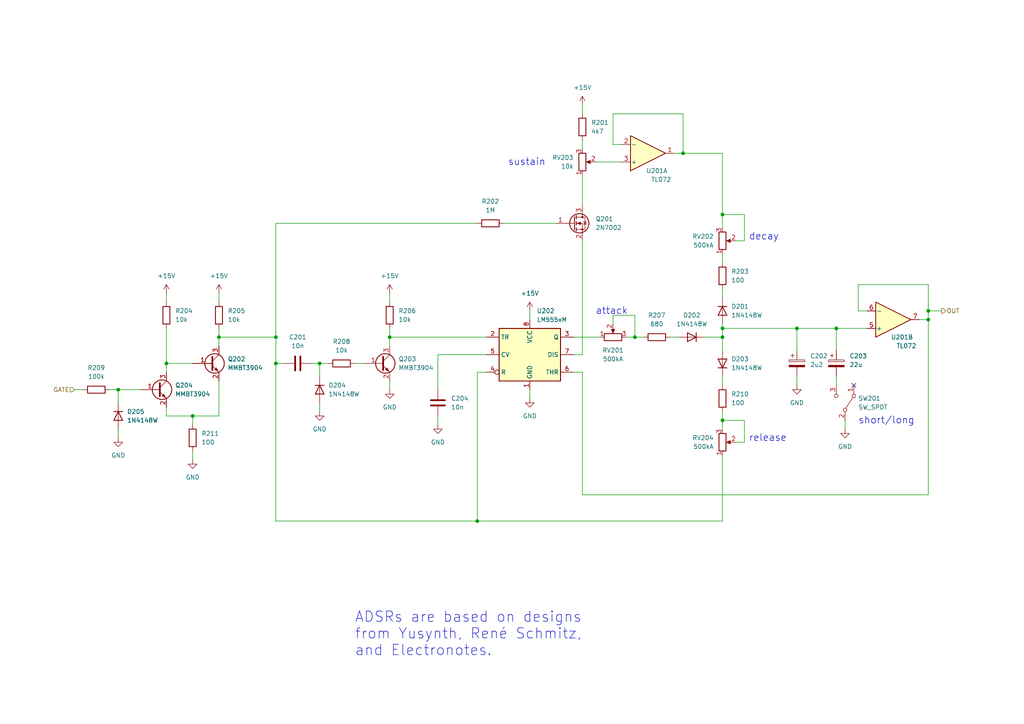
<source format=kicad_sch>
(kicad_sch (version 20211123) (generator eeschema)
  (paper "A4")
  (title_block (title "Josh Ox Ribbon Synth ADSR board") (date "2022-06-16") (rev "0") (comment 2 "creativecommons.org/licences/by/4.0") (comment 3 "license: CC by 4.0") (comment 4 "Author: Jordan Aceto"))
  (lib_symbols
    (symbol "Amplifier_Operational:TL072" (pin_names (offset 0.127))
      (property "Reference" "U" (at 0 5.08 0))
      (property "Value" "TL072" (at 0 -5.08 0))
      (symbol "TL072_1_1"
        (polyline (pts (xy -5.08 5.08) (xy 5.08 0) (xy -5.08 -5.08) (xy -5.08 5.08)) (stroke (width 0.254)) (fill (type background)))
        (pin output line (at 7.62 0 180) (length 2.54) (name "~") (number "1"))
        (pin input line (at -7.62 -2.54 0) (length 2.54) (name "-") (number "2"))
        (pin input line (at -7.62 2.54 0) (length 2.54) (name "+") (number "3"))
      )
      (symbol "TL072_2_1"
        (polyline (pts (xy -5.08 5.08) (xy 5.08 0) (xy -5.08 -5.08) (xy -5.08 5.08)) (stroke (width 0.254)) (fill (type background)))
        (pin input line (at -7.62 2.54 0) (length 2.54) (name "+") (number "5"))
        (pin input line (at -7.62 -2.54 0) (length 2.54) (name "-") (number "6"))
        (pin output line (at 7.62 0 180) (length 2.54) (name "~") (number "7"))
      )
      (symbol "TL072_3_1"
        (pin power_in line (at -2.54 -7.62 90) (length 3.81) (name "V-") (number "4"))
        (pin power_in line (at -2.54 7.62 270) (length 3.81) (name "V+") (number "8"))
      )
    )
    (symbol "Device:C" (pin_numbers hide) (pin_names (offset 0.254))
      (property "Reference" "C" (at 0.635 2.54 0))
      (property "Value" "C" (at 0.635 -2.54 0))
      (symbol "C_0_1"
        (polyline (pts (xy -2.032 -0.762) (xy 2.032 -0.762)) (stroke (width 0.508)))
        (polyline (pts (xy -2.032 0.762) (xy 2.032 0.762)) (stroke (width 0.508)))
      )
      (symbol "C_1_1"
        (pin passive line (at 0 3.81 270) (length 2.794) (name "~") (number "1"))
        (pin passive line (at 0 -3.81 90) (length 2.794) (name "~") (number "2"))
      )
    )
    (symbol "Device:C_Polarized" (pin_numbers hide) (pin_names (offset 0.254))
      (property "Reference" "C" (at 0.635 2.54 0))
      (property "Value" "C_Polarized" (at 0.635 -2.54 0))
      (symbol "C_Polarized_0_1"
        (rectangle (start -2.286 0.508) (end 2.286 1.016))
        (polyline (pts (xy -1.778 2.286) (xy -0.762 2.286)))
        (polyline (pts (xy -1.27 2.794) (xy -1.27 1.778)))
        (rectangle (start 2.286 -0.508) (end -2.286 -1.016) (fill (type outline)))
      )
      (symbol "C_Polarized_1_1"
        (pin passive line (at 0 3.81 270) (length 2.794) (name "~") (number "1"))
        (pin passive line (at 0 -3.81 90) (length 2.794) (name "~") (number "2"))
      )
    )
    (symbol "Device:R" (pin_numbers hide) (pin_names (offset 0))
      (property "Reference" "R" (at 2.032 0 90))
      (property "Value" "R" (at 0 0 90))
      (symbol "R_0_1"
        (rectangle (start -1.016 -2.54) (end 1.016 2.54) (stroke (width 0.254)))
      )
      (symbol "R_1_1"
        (pin passive line (at 0 3.81 270) (length 1.27) (name "~") (number "1"))
        (pin passive line (at 0 -3.81 90) (length 1.27) (name "~") (number "2"))
      )
    )
    (symbol "Device:R_Potentiometer" (pin_names (offset 1.016) hide)
      (property "Reference" "RV" (at -4.445 0 90))
      (property "Value" "R_Potentiometer" (at -2.54 0 90))
      (symbol "R_Potentiometer_0_1"
        (polyline (pts (xy 2.54 0) (xy 1.524 0)))
        (polyline (pts (xy 1.143 0) (xy 2.286 0.508) (xy 2.286 -0.508) (xy 1.143 0)) (fill (type outline)))
        (rectangle (start 1.016 2.54) (end -1.016 -2.54) (stroke (width 0.254)))
      )
      (symbol "R_Potentiometer_1_1"
        (pin passive line (at 0 3.81 270) (length 1.27) (name "1") (number "1"))
        (pin passive line (at 3.81 0 180) (length 1.27) (name "2") (number "2"))
        (pin passive line (at 0 -3.81 90) (length 1.27) (name "3") (number "3"))
      )
    )
    (symbol "Diode:1N4148W" (pin_numbers hide) (pin_names (offset 1.016) hide)
      (property "Reference" "D" (at 0 2.54 0))
      (property "Value" "1N4148W" (at 0 -2.54 0))
      (symbol "1N4148W_0_1"
        (polyline (pts (xy -1.27 1.27) (xy -1.27 -1.27)) (stroke (width 0.254)))
        (polyline (pts (xy 1.27 0) (xy -1.27 0)))
        (polyline (pts (xy 1.27 1.27) (xy 1.27 -1.27) (xy -1.27 0) (xy 1.27 1.27)) (stroke (width 0.254)))
      )
      (symbol "1N4148W_1_1"
        (pin passive line (at -3.81 0 0) (length 2.54) (name "K") (number "1"))
        (pin passive line (at 3.81 0 180) (length 2.54) (name "A") (number "2"))
      )
    )
    (symbol "Switch:SW_SPDT" (pin_names (offset 0) hide)
      (property "Reference" "SW" (at 0 4.318 0))
      (property "Value" "SW_SPDT" (at 0 -5.08 0))
      (symbol "SW_SPDT_0_0"
        (circle (center -2.032 0) (radius 0.508))
        (circle (center 2.032 -2.54) (radius 0.508))
      )
      (symbol "SW_SPDT_0_1"
        (polyline (pts (xy -1.524 0.254) (xy 1.651 2.286)))
        (circle (center 2.032 2.54) (radius 0.508))
      )
      (symbol "SW_SPDT_1_1"
        (pin passive line (at 5.08 2.54 180) (length 2.54) (name "A") (number "1"))
        (pin passive line (at -5.08 0 0) (length 2.54) (name "B") (number "2"))
        (pin passive line (at 5.08 -2.54 180) (length 2.54) (name "C") (number "3"))
      )
    )
    (symbol "Timer:LM555xM"
      (property "Reference" "U" (at -10.16 8.89 0))
      (property "Value" "LM555xM" (at 2.54 8.89 0))
      (symbol "LM555xM_0_0"
        (pin power_in line (at 0 -10.16 90) (length 2.54) (name "GND") (number "1"))
        (pin power_in line (at 0 10.16 270) (length 2.54) (name "VCC") (number "8"))
      )
      (symbol "LM555xM_0_1"
        (rectangle (start -8.89 -7.62) (end 8.89 7.62) (stroke (width 0.254)) (fill (type background)))
        (rectangle (start -8.89 -7.62) (end 8.89 7.62) (stroke (width 0.254)) (fill (type background)))
      )
      (symbol "LM555xM_1_1"
        (pin input line (at -12.7 5.08 0) (length 3.81) (name "TR") (number "2"))
        (pin output line (at 12.7 5.08 180) (length 3.81) (name "Q") (number "3"))
        (pin input inverted (at -12.7 -5.08 0) (length 3.81) (name "R") (number "4"))
        (pin input line (at -12.7 0 0) (length 3.81) (name "CV") (number "5"))
        (pin input line (at 12.7 -5.08 180) (length 3.81) (name "THR") (number "6"))
        (pin input line (at 12.7 0 180) (length 3.81) (name "DIS") (number "7"))
      )
    )
    (symbol "Transistor_BJT:MMBT3904" (pin_names (offset 0) hide)
      (property "Reference" "Q" (at 5.08 1.905 0))
      (property "Value" "MMBT3904" (at 5.08 0 0))
      (symbol "MMBT3904_0_1"
        (polyline (pts (xy 0.635 0.635) (xy 2.54 2.54)))
        (polyline (pts (xy 0.635 -0.635) (xy 2.54 -2.54) (xy 2.54 -2.54)))
        (polyline (pts (xy 0.635 1.905) (xy 0.635 -1.905) (xy 0.635 -1.905)) (stroke (width 0.508)))
        (polyline (pts (xy 1.27 -1.778) (xy 1.778 -1.27) (xy 2.286 -2.286) (xy 1.27 -1.778) (xy 1.27 -1.778)) (fill (type outline)))
        (circle (center 1.27 0) (radius 2.8194) (stroke (width 0.254)))
      )
      (symbol "MMBT3904_1_1"
        (pin input line (at -5.08 0 0) (length 5.715) (name "B") (number "1"))
        (pin passive line (at 2.54 -5.08 90) (length 2.54) (name "E") (number "2"))
        (pin passive line (at 2.54 5.08 270) (length 2.54) (name "C") (number "3"))
      )
    )
    (symbol "Transistor_FET:2N7002" (pin_names hide)
      (property "Reference" "Q" (at 5.08 1.905 0))
      (property "Value" "2N7002" (at 5.08 0 0))
      (symbol "2N7002_0_1"
        (polyline (pts (xy 0.254 0) (xy -2.54 0)))
        (polyline (pts (xy 0.254 1.905) (xy 0.254 -1.905)) (stroke (width 0.254)))
        (polyline (pts (xy 0.762 -1.27) (xy 0.762 -2.286)) (stroke (width 0.254)))
        (polyline (pts (xy 0.762 0.508) (xy 0.762 -0.508)) (stroke (width 0.254)))
        (polyline (pts (xy 0.762 2.286) (xy 0.762 1.27)) (stroke (width 0.254)))
        (polyline (pts (xy 2.54 2.54) (xy 2.54 1.778)))
        (polyline (pts (xy 2.54 -2.54) (xy 2.54 0) (xy 0.762 0)))
        (polyline (pts (xy 0.762 -1.778) (xy 3.302 -1.778) (xy 3.302 1.778) (xy 0.762 1.778)))
        (polyline (pts (xy 1.016 0) (xy 2.032 0.381) (xy 2.032 -0.381) (xy 1.016 0)) (fill (type outline)))
        (polyline (pts (xy 2.794 0.508) (xy 2.921 0.381) (xy 3.683 0.381) (xy 3.81 0.254)))
        (polyline (pts (xy 3.302 0.381) (xy 2.921 -0.254) (xy 3.683 -0.254) (xy 3.302 0.381)))
        (circle (center 1.651 0) (radius 2.794) (stroke (width 0.254)))
        (circle (center 2.54 -1.778) (radius 0.254) (fill (type outline)))
        (circle (center 2.54 1.778) (radius 0.254) (fill (type outline)))
      )
      (symbol "2N7002_1_1"
        (pin input line (at -5.08 0 0) (length 2.54) (name "G") (number "1"))
        (pin passive line (at 2.54 -5.08 90) (length 2.54) (name "S") (number "2"))
        (pin passive line (at 2.54 5.08 270) (length 2.54) (name "D") (number "3"))
      )
    )
    (symbol "power:+15V" (power) (pin_names (offset 0))
      (property "Value" "+15V" (at 0 3.556 0))
      (symbol "+15V_0_1"
        (polyline (pts (xy -0.762 1.27) (xy 0 2.54)))
        (polyline (pts (xy 0 0) (xy 0 2.54)))
        (polyline (pts (xy 0 2.54) (xy 0.762 1.27)))
      )
      (symbol "+15V_1_1"
        (pin power_in line (at 0 0 90) (length 0) hide (name "+15V") (number "1"))
      )
    )
    (symbol "power:GND" (power) (pin_names (offset 0))
      (property "Value" "GND" (at 0 -3.81 0))
      (symbol "GND_0_1"
        (polyline (pts (xy 0 0) (xy 0 -1.27) (xy 1.27 -1.27) (xy 0 -2.54) (xy -1.27 -1.27) (xy 0 -1.27)))
      )
      (symbol "GND_1_1"
        (pin power_in line (at 0 0 270) (length 0) hide (name "GND") (number "1"))
      )
    )
  )
  (junction (at 48.26 105.41))
  (junction (at 184.15 97.79))
  (junction (at 113.03 97.79))
  (junction (at 138.43 151.13))
  (junction (at 209.55 62.23))
  (junction (at 55.88 120.65))
  (junction (at 231.14 95.25))
  (junction (at 269.24 92.71))
  (junction (at 242.57 95.25))
  (junction (at 80.01 105.41))
  (junction (at 198.12 44.45))
  (junction (at 209.55 121.92))
  (junction (at 92.71 105.41))
  (junction (at 269.24 90.17))
  (junction (at 80.01 97.79))
  (junction (at 209.55 97.79))
  (junction (at 209.55 95.25))
  (junction (at 63.5 97.79))
  (junction (at 34.29 113.03))
  (no_connect (at 247.65 111.76))
  (wire (pts (xy 231.14 95.25) (xy 242.57 95.25)))
  (wire (pts (xy 215.9 121.92) (xy 209.55 121.92)))
  (wire (pts (xy 48.26 105.41) (xy 48.26 107.95)))
  (wire (pts (xy 138.43 107.95) (xy 138.43 151.13)))
  (wire (pts (xy 209.55 121.92) (xy 209.55 119.38)))
  (wire (pts (xy 146.05 64.77) (xy 161.29 64.77)))
  (wire (pts (xy 63.5 95.25) (xy 63.5 97.79)))
  (wire (pts (xy 80.01 105.41) (xy 82.55 105.41)))
  (wire (pts (xy 168.91 50.8) (xy 168.91 59.69)))
  (wire (pts (xy 113.03 85.09) (xy 113.03 87.63)))
  (wire (pts (xy 168.91 30.48) (xy 168.91 33.02)))
  (wire (pts (xy 215.9 62.23) (xy 209.55 62.23)))
  (wire (pts (xy 248.92 82.55) (xy 269.24 82.55)))
  (wire (pts (xy 269.24 92.71) (xy 266.7 92.71)))
  (wire (pts (xy 209.55 111.76) (xy 209.55 109.22)))
  (wire (pts (xy 209.55 95.25) (xy 231.14 95.25)))
  (wire (pts (xy 180.34 41.91) (xy 177.8 41.91)))
  (wire (pts (xy 231.14 109.22) (xy 231.14 111.76)))
  (wire (pts (xy 184.15 91.44) (xy 184.15 97.79)))
  (wire (pts (xy 80.01 97.79) (xy 80.01 64.77)))
  (wire (pts (xy 245.11 121.92) (xy 245.11 124.46)))
  (wire (pts (xy 55.88 130.81) (xy 55.88 133.35)))
  (wire (pts (xy 172.72 46.99) (xy 180.34 46.99)))
  (wire (pts (xy 242.57 109.22) (xy 242.57 111.76)))
  (wire (pts (xy 269.24 82.55) (xy 269.24 90.17)))
  (wire (pts (xy 269.24 90.17) (xy 269.24 92.71)))
  (wire (pts (xy 153.67 113.03) (xy 153.67 115.57)))
  (wire (pts (xy 269.24 90.17) (xy 273.05 90.17)))
  (wire (pts (xy 48.26 85.09) (xy 48.26 87.63)))
  (wire (pts (xy 177.8 33.02) (xy 198.12 33.02)))
  (wire (pts (xy 34.29 124.46) (xy 34.29 127)))
  (wire (pts (xy 166.37 97.79) (xy 173.99 97.79)))
  (wire (pts (xy 209.55 86.36) (xy 209.55 83.82)))
  (wire (pts (xy 153.67 90.17) (xy 153.67 92.71)))
  (wire (pts (xy 248.92 90.17) (xy 248.92 82.55)))
  (wire (pts (xy 209.55 44.45) (xy 209.55 62.23)))
  (wire (pts (xy 80.01 105.41) (xy 80.01 97.79)))
  (wire (pts (xy 48.26 120.65) (xy 55.88 120.65)))
  (wire (pts (xy 204.47 97.79) (xy 209.55 97.79)))
  (wire (pts (xy 80.01 64.77) (xy 138.43 64.77)))
  (wire (pts (xy 215.9 69.85) (xy 215.9 62.23)))
  (wire (pts (xy 168.91 102.87) (xy 168.91 69.85)))
  (wire (pts (xy 209.55 66.04) (xy 209.55 62.23)))
  (wire (pts (xy 242.57 95.25) (xy 251.46 95.25)))
  (wire (pts (xy 213.36 69.85) (xy 215.9 69.85)))
  (wire (pts (xy 140.97 107.95) (xy 138.43 107.95)))
  (wire (pts (xy 80.01 151.13) (xy 80.01 105.41)))
  (wire (pts (xy 113.03 110.49) (xy 113.03 113.03)))
  (wire (pts (xy 177.8 91.44) (xy 184.15 91.44)))
  (wire (pts (xy 113.03 95.25) (xy 113.03 97.79)))
  (wire (pts (xy 138.43 151.13) (xy 80.01 151.13)))
  (wire (pts (xy 113.03 97.79) (xy 113.03 100.33)))
  (wire (pts (xy 181.61 97.79) (xy 184.15 97.79)))
  (wire (pts (xy 92.71 116.84) (xy 92.71 119.38)))
  (wire (pts (xy 31.75 113.03) (xy 34.29 113.03)))
  (wire (pts (xy 90.17 105.41) (xy 92.71 105.41)))
  (wire (pts (xy 177.8 41.91) (xy 177.8 33.02)))
  (wire (pts (xy 209.55 95.25) (xy 209.55 93.98)))
  (wire (pts (xy 209.55 124.46) (xy 209.55 121.92)))
  (wire (pts (xy 63.5 110.49) (xy 63.5 120.65)))
  (wire (pts (xy 194.31 97.79) (xy 196.85 97.79)))
  (wire (pts (xy 177.8 93.98) (xy 177.8 91.44)))
  (wire (pts (xy 251.46 90.17) (xy 248.92 90.17)))
  (wire (pts (xy 63.5 85.09) (xy 63.5 87.63)))
  (wire (pts (xy 209.55 73.66) (xy 209.55 76.2)))
  (wire (pts (xy 198.12 44.45) (xy 209.55 44.45)))
  (wire (pts (xy 269.24 143.51) (xy 269.24 92.71)))
  (wire (pts (xy 127 120.65) (xy 127 123.19)))
  (wire (pts (xy 231.14 95.25) (xy 231.14 101.6)))
  (wire (pts (xy 21.59 113.03) (xy 24.13 113.03)))
  (wire (pts (xy 48.26 95.25) (xy 48.26 105.41)))
  (wire (pts (xy 168.91 40.64) (xy 168.91 43.18)))
  (wire (pts (xy 127 102.87) (xy 127 113.03)))
  (wire (pts (xy 55.88 105.41) (xy 48.26 105.41)))
  (wire (pts (xy 209.55 97.79) (xy 209.55 95.25)))
  (wire (pts (xy 168.91 107.95) (xy 168.91 143.51)))
  (wire (pts (xy 198.12 33.02) (xy 198.12 44.45)))
  (wire (pts (xy 166.37 107.95) (xy 168.91 107.95)))
  (wire (pts (xy 113.03 97.79) (xy 140.97 97.79)))
  (wire (pts (xy 195.58 44.45) (xy 198.12 44.45)))
  (wire (pts (xy 63.5 97.79) (xy 80.01 97.79)))
  (wire (pts (xy 34.29 116.84) (xy 34.29 113.03)))
  (wire (pts (xy 209.55 101.6) (xy 209.55 97.79)))
  (wire (pts (xy 138.43 151.13) (xy 209.55 151.13)))
  (wire (pts (xy 63.5 97.79) (xy 63.5 100.33)))
  (wire (pts (xy 92.71 105.41) (xy 95.25 105.41)))
  (wire (pts (xy 209.55 151.13) (xy 209.55 132.08)))
  (wire (pts (xy 92.71 105.41) (xy 92.71 109.22)))
  (wire (pts (xy 215.9 128.27) (xy 215.9 121.92)))
  (wire (pts (xy 213.36 128.27) (xy 215.9 128.27)))
  (wire (pts (xy 140.97 102.87) (xy 127 102.87)))
  (wire (pts (xy 102.87 105.41) (xy 105.41 105.41)))
  (wire (pts (xy 242.57 95.25) (xy 242.57 101.6)))
  (wire (pts (xy 166.37 102.87) (xy 168.91 102.87)))
  (wire (pts (xy 48.26 118.11) (xy 48.26 120.65)))
  (wire (pts (xy 55.88 120.65) (xy 63.5 120.65)))
  (wire (pts (xy 168.91 143.51) (xy 269.24 143.51)))
  (wire (pts (xy 34.29 113.03) (xy 40.64 113.03)))
  (wire (pts (xy 184.15 97.79) (xy 186.69 97.79)))
  (wire (pts (xy 55.88 120.65) (xy 55.88 123.19)))
  (text "decay" (at 217.17 69.85 0) (effects (font (size 2 2)) (justify left bottom)))
  (text "short/long" (at 248.92 123.19 0) (effects (font (size 2 2)) (justify left bottom)))
  (text "attack" (at 172.72 91.44 0) (effects (font (size 2 2)) (justify left bottom)))
  (text "sustain" (at 147.32 48.26 0) (effects (font (size 2 2)) (justify left bottom)))
  (text "ADSRs are based on designs \nfrom Yusynth, René Schmitz,\nand Electronotes." (at 102.87 190.5 0) (effects (font (size 3 3)) (justify left bottom)))
  (text "release" (at 217.17 128.27 0) (effects (font (size 2 2)) (justify left bottom)))
  (hierarchical_label "GATE" (shape input) (at 21.59 113.03 180))
  (hierarchical_label "OUT" (shape output) (at 273.05 90.17 0))
  (symbol (lib_id "Device:C_Polarized") (at 242.57 105.41 0) (unit 1)
    (property "Reference" "C203" (at 246.38 103.2509 0) (effects (justify left)))
    (property "Value" "22u" (at 246.38 105.7909 0) (effects (justify left)))
    (property "Footprint" "Capacitor_THT:CP_Radial_D6.3mm_P2.50mm" (effects hide))
  )
  (symbol (lib_id "power:+15V") (at 168.91 30.48 0) (unit 1)
    (property "Reference" "#PWR0201" (effects hide))
    (property "Value" "+15V" (at 168.91 25.4 0))
  )
  (symbol (lib_id "Device:C") (at 86.36 105.41 90) (unit 1)
    (property "Reference" "C201" (at 86.36 97.79 90))
    (property "Value" "10n" (at 86.36 100.33 90))
    (property "Footprint" "Capacitor_SMD:C_0805_2012Metric" (effects hide))
  )
  (symbol (lib_id "power:GND") (at 34.29 127 0) (unit 1)
    (property "Reference" "#PWR0212" (effects hide))
    (property "Value" "GND" (at 34.29 132.08 0))
  )
  (symbol (lib_id "power:+15V") (at 63.5 85.09 0) (unit 1)
    (property "Reference" "#PWR0203" (effects hide))
    (property "Value" "+15V" (at 63.5 80.01 0))
  )
  (symbol (lib_id "Device:C") (at 127 116.84 0) (unit 1)
    (property "Reference" "C204" (at 130.81 115.5699 0) (effects (justify left)))
    (property "Value" "10n" (at 130.81 118.1099 0) (effects (justify left)))
    (property "Footprint" "Capacitor_SMD:C_0805_2012Metric" (effects hide))
  )
  (symbol (lib_id "Device:R") (at 190.5 97.79 90) (unit 1)
    (property "Reference" "R207" (at 190.5 91.44 90))
    (property "Value" "680" (at 190.5 93.98 90))
    (property "Footprint" "Resistor_SMD:R_0805_2012Metric" (effects hide))
  )
  (symbol (lib_id "Device:R") (at 113.03 91.44 0) (unit 1)
    (property "Reference" "R206" (at 115.57 90.1699 0) (effects (justify left)))
    (property "Value" "10k" (at 115.57 92.7099 0) (effects (justify left)))
    (property "Footprint" "Resistor_SMD:R_0805_2012Metric" (effects hide))
  )
  (symbol (lib_id "Diode:1N4148W") (at 34.29 120.65 270) (unit 1)
    (property "Reference" "D205" (at 36.83 119.3799 90) (effects (justify left)))
    (property "Value" "1N4148W" (at 36.83 121.9199 90) (effects (justify left)))
    (property "Footprint" "Diode_SMD:D_SOD-123" (effects hide))
    (property "Datasheet" "https://www.vishay.com/docs/85748/1n4148w.pdf" (effects hide))
  )
  (symbol (lib_id "Diode:1N4148W") (at 209.55 90.17 270) (unit 1)
    (property "Reference" "D201" (at 212.09 88.8999 90) (effects (justify left)))
    (property "Value" "1N4148W" (at 212.09 91.4399 90) (effects (justify left)))
    (property "Footprint" "Diode_SMD:D_SOD-123" (effects hide))
    (property "Datasheet" "https://www.vishay.com/docs/85748/1n4148w.pdf" (effects hide))
  )
  (symbol (lib_id "Amplifier_Operational:TL072") (at 259.08 92.71 0) (mirror x) (unit 2)
    (property "Reference" "U201" (at 261.62 97.79 0))
    (property "Value" "TL072" (at 262.89 100.33 0))
    (property "Footprint" "Package_SO:SO-8_5.3x6.2mm_P1.27mm" (effects hide))
    (property "Datasheet" "http://www.ti.com/lit/ds/symlink/tl071.pdf" (effects hide))
  )
  (symbol (lib_id "Device:R") (at 48.26 91.44 0) (unit 1)
    (property "Reference" "R204" (at 50.8 90.1699 0) (effects (justify left)))
    (property "Value" "10k" (at 50.8 92.7099 0) (effects (justify left)))
    (property "Footprint" "Resistor_SMD:R_0805_2012Metric" (effects hide))
  )
  (symbol (lib_id "Timer:LM555xM") (at 153.67 102.87 0) (unit 1)
    (property "Reference" "U202" (at 155.6894 90.17 0) (effects (justify left)))
    (property "Value" "LM555xM" (at 155.6894 92.71 0) (effects (justify left)))
    (property "Footprint" "Package_SO:SOIC-8_3.9x4.9mm_P1.27mm" (effects hide))
    (property "Datasheet" "http://www.ti.com/lit/ds/symlink/lm555.pdf" (effects hide))
  )
  (symbol (lib_id "power:GND") (at 231.14 111.76 0) (unit 1)
    (property "Reference" "#PWR0206" (effects hide))
    (property "Value" "GND" (at 231.14 116.84 0))
  )
  (symbol (lib_id "Device:R") (at 27.94 113.03 90) (unit 1)
    (property "Reference" "R209" (at 27.94 106.68 90))
    (property "Value" "100k" (at 27.94 109.22 90))
    (property "Footprint" "Resistor_SMD:R_0805_2012Metric" (effects hide))
  )
  (symbol (lib_id "Device:C_Polarized") (at 231.14 105.41 0) (unit 1)
    (property "Reference" "C202" (at 234.95 103.2509 0) (effects (justify left)))
    (property "Value" "2u2" (at 234.95 105.7909 0) (effects (justify left)))
    (property "Footprint" "Capacitor_THT:CP_Radial_D6.3mm_P2.50mm" (effects hide))
  )
  (symbol (lib_id "Amplifier_Operational:TL072") (at 187.96 44.45 0) (mirror x) (unit 1)
    (property "Reference" "U201" (at 190.5 49.53 0))
    (property "Value" "TL072" (at 191.77 52.07 0))
    (property "Footprint" "Package_SO:SO-8_5.3x6.2mm_P1.27mm" (effects hide))
    (property "Datasheet" "http://www.ti.com/lit/ds/symlink/tl071.pdf" (effects hide))
  )
  (symbol (lib_id "Device:R") (at 209.55 80.01 0) (unit 1)
    (property "Reference" "R203" (at 212.09 78.74 0) (effects (justify left)))
    (property "Value" "100" (at 212.09 81.2799 0) (effects (justify left)))
    (property "Footprint" "Resistor_SMD:R_0805_2012Metric" (effects hide))
  )
  (symbol (lib_id "Device:R") (at 168.91 36.83 0) (unit 1)
    (property "Reference" "R201" (at 171.45 35.5599 0) (effects (justify left)))
    (property "Value" "4k7" (at 171.45 38.0999 0) (effects (justify left)))
    (property "Footprint" "Resistor_SMD:R_0805_2012Metric" (effects hide))
  )
  (symbol (lib_id "Diode:1N4148W") (at 92.71 113.03 270) (unit 1)
    (property "Reference" "D204" (at 95.25 111.7599 90) (effects (justify left)))
    (property "Value" "1N4148W" (at 95.25 114.2999 90) (effects (justify left)))
    (property "Footprint" "Diode_SMD:D_SOD-123" (effects hide))
    (property "Datasheet" "https://www.vishay.com/docs/85748/1n4148w.pdf" (effects hide))
  )
  (symbol (lib_id "power:GND") (at 113.03 113.03 0) (unit 1)
    (property "Reference" "#PWR0207" (effects hide))
    (property "Value" "GND" (at 113.03 118.11 0))
  )
  (symbol (lib_id "power:+15V") (at 153.67 90.17 0) (unit 1)
    (property "Reference" "#PWR0205" (effects hide))
    (property "Value" "+15V" (at 153.67 85.09 0))
  )
  (symbol (lib_id "Device:R_Potentiometer") (at 177.8 97.79 90) (unit 1)
    (property "Reference" "RV201" (at 177.8 101.6 90))
    (property "Value" "500kA" (at 177.8 104.14 90))
    (property "Footprint" "Potentiometer_THT:Potentiometer_Alpha_RD901F-40-00D_Single_Vertical" (effects hide))
  )
  (symbol (lib_id "Transistor_BJT:MMBT3904") (at 110.49 105.41 0) (unit 1)
    (property "Reference" "Q203" (at 115.57 104.1399 0) (effects (justify left)))
    (property "Value" "MMBT3904" (at 115.57 106.6799 0) (effects (justify left)))
    (property "Footprint" "Package_TO_SOT_SMD:SOT-23" (effects hide))
    (property "Datasheet" "https://www.onsemi.com/pub/Collateral/2N3903-D.PDF" (effects hide))
  )
  (symbol (lib_id "Device:R") (at 99.06 105.41 90) (unit 1)
    (property "Reference" "R208" (at 99.06 99.06 90))
    (property "Value" "10k" (at 99.06 101.6 90))
    (property "Footprint" "Resistor_SMD:R_0805_2012Metric" (effects hide))
  )
  (symbol (lib_id "power:+15V") (at 113.03 85.09 0) (unit 1)
    (property "Reference" "#PWR0204" (effects hide))
    (property "Value" "+15V" (at 113.03 80.01 0))
  )
  (symbol (lib_id "Device:R_Potentiometer") (at 209.55 128.27 0) (mirror x) (unit 1)
    (property "Reference" "RV204" (at 207.01 126.9999 0) (effects (justify right)))
    (property "Value" "500kA" (at 207.01 129.5399 0) (effects (justify right)))
    (property "Footprint" "Potentiometer_THT:Potentiometer_Alpha_RD901F-40-00D_Single_Vertical" (effects hide))
  )
  (symbol (lib_id "Device:R_Potentiometer") (at 209.55 69.85 0) (mirror x) (unit 1)
    (property "Reference" "RV202" (at 207.01 68.5799 0) (effects (justify right)))
    (property "Value" "500kA" (at 207.01 71.1199 0) (effects (justify right)))
    (property "Footprint" "Potentiometer_THT:Potentiometer_Alpha_RD901F-40-00D_Single_Vertical" (effects hide))
  )
  (symbol (lib_id "power:+15V") (at 48.26 85.09 0) (unit 1)
    (property "Reference" "#PWR0202" (effects hide))
    (property "Value" "+15V" (at 48.26 80.01 0))
  )
  (symbol (lib_id "power:GND") (at 92.71 119.38 0) (unit 1)
    (property "Reference" "#PWR0209" (effects hide))
    (property "Value" "GND" (at 92.71 124.46 0))
  )
  (symbol (lib_id "Transistor_FET:2N7002") (at 166.37 64.77 0) (unit 1)
    (property "Reference" "Q201" (at 172.72 63.4999 0) (effects (justify left)))
    (property "Value" "2N7002" (at 172.72 66.0399 0) (effects (justify left)))
    (property "Footprint" "Package_TO_SOT_SMD:SOT-23" (effects hide))
    (property "Datasheet" "https://www.onsemi.com/pub/Collateral/NDS7002A-D.PDF" (effects hide))
  )
  (symbol (lib_id "Device:R") (at 55.88 127 0) (unit 1)
    (property "Reference" "R211" (at 58.42 125.7299 0) (effects (justify left)))
    (property "Value" "100" (at 58.42 128.2699 0) (effects (justify left)))
    (property "Footprint" "Resistor_SMD:R_0805_2012Metric" (effects hide))
  )
  (symbol (lib_id "power:GND") (at 153.67 115.57 0) (unit 1)
    (property "Reference" "#PWR0208" (effects hide))
    (property "Value" "GND" (at 153.67 120.65 0))
  )
  (symbol (lib_id "power:GND") (at 55.88 133.35 0) (unit 1)
    (property "Reference" "#PWR0213" (effects hide))
    (property "Value" "GND" (at 55.88 138.43 0))
  )
  (symbol (lib_id "Diode:1N4148W") (at 209.55 105.41 90) (unit 1)
    (property "Reference" "D203" (at 212.09 104.1399 90) (effects (justify right)))
    (property "Value" "1N4148W" (at 212.09 106.6799 90) (effects (justify right)))
    (property "Footprint" "Diode_SMD:D_SOD-123" (effects hide))
    (property "Datasheet" "https://www.vishay.com/docs/85748/1n4148w.pdf" (effects hide))
  )
  (symbol (lib_id "Diode:1N4148W") (at 200.66 97.79 180) (unit 1)
    (property "Reference" "D202" (at 200.66 91.44 0))
    (property "Value" "1N4148W" (at 200.66 93.98 0))
    (property "Footprint" "Diode_SMD:D_SOD-123" (effects hide))
    (property "Datasheet" "https://www.vishay.com/docs/85748/1n4148w.pdf" (effects hide))
  )
  (symbol (lib_id "power:GND") (at 245.11 124.46 0) (unit 1)
    (property "Reference" "#PWR0211" (effects hide))
    (property "Value" "GND" (at 245.11 129.54 0))
  )
  (symbol (lib_id "Switch:SW_SPDT") (at 245.11 116.84 270) (mirror x) (unit 1)
    (property "Reference" "SW201" (at 248.92 115.5699 90) (effects (justify left)))
    (property "Value" "SW_SPDT" (at 248.92 118.1099 90) (effects (justify left)))
    (property "Footprint" "custom_footprints:SPDT_mini_toggle" (effects hide))
  )
  (symbol (lib_id "Device:R") (at 209.55 115.57 0) (unit 1)
    (property "Reference" "R210" (at 212.09 114.2999 0) (effects (justify left)))
    (property "Value" "100" (at 212.09 116.8399 0) (effects (justify left)))
    (property "Footprint" "Resistor_SMD:R_0805_2012Metric" (effects hide))
  )
  (symbol (lib_id "Device:R") (at 63.5 91.44 0) (unit 1)
    (property "Reference" "R205" (at 66.04 90.1699 0) (effects (justify left)))
    (property "Value" "10k" (at 66.04 92.7099 0) (effects (justify left)))
    (property "Footprint" "Resistor_SMD:R_0805_2012Metric" (effects hide))
  )
  (symbol (lib_id "power:GND") (at 127 123.19 0) (unit 1)
    (property "Reference" "#PWR0210" (effects hide))
    (property "Value" "GND" (at 127 128.27 0))
  )
  (symbol (lib_id "Transistor_BJT:MMBT3904") (at 45.72 113.03 0) (unit 1)
    (property "Reference" "Q204" (at 50.8 111.7599 0) (effects (justify left)))
    (property "Value" "MMBT3904" (at 50.8 114.2999 0) (effects (justify left)))
    (property "Footprint" "Package_TO_SOT_SMD:SOT-23" (effects hide))
    (property "Datasheet" "https://www.onsemi.com/pub/Collateral/2N3903-D.PDF" (effects hide))
  )
  (symbol (lib_id "Transistor_BJT:MMBT3904") (at 60.96 105.41 0) (unit 1)
    (property "Reference" "Q202" (at 66.04 104.1399 0) (effects (justify left)))
    (property "Value" "MMBT3904" (at 66.04 106.6799 0) (effects (justify left)))
    (property "Footprint" "Package_TO_SOT_SMD:SOT-23" (effects hide))
    (property "Datasheet" "https://www.onsemi.com/pub/Collateral/2N3903-D.PDF" (effects hide))
  )
  (symbol (lib_id "Device:R") (at 142.24 64.77 90) (unit 1)
    (property "Reference" "R202" (at 142.24 58.42 90))
    (property "Value" "1M" (at 142.24 60.96 90))
    (property "Footprint" "Resistor_SMD:R_0805_2012Metric" (effects hide))
  )
  (symbol (lib_id "Device:R_Potentiometer") (at 168.91 46.99 0) (mirror x) (unit 1)
    (property "Reference" "RV203" (at 166.37 45.7199 0) (effects (justify right)))
    (property "Value" "10k" (at 166.37 48.2599 0) (effects (justify right)))
    (property "Footprint" "Potentiometer_THT:Potentiometer_Alpha_RD901F-40-00D_Single_Vertical" (effects hide))
  )
)
</source>
